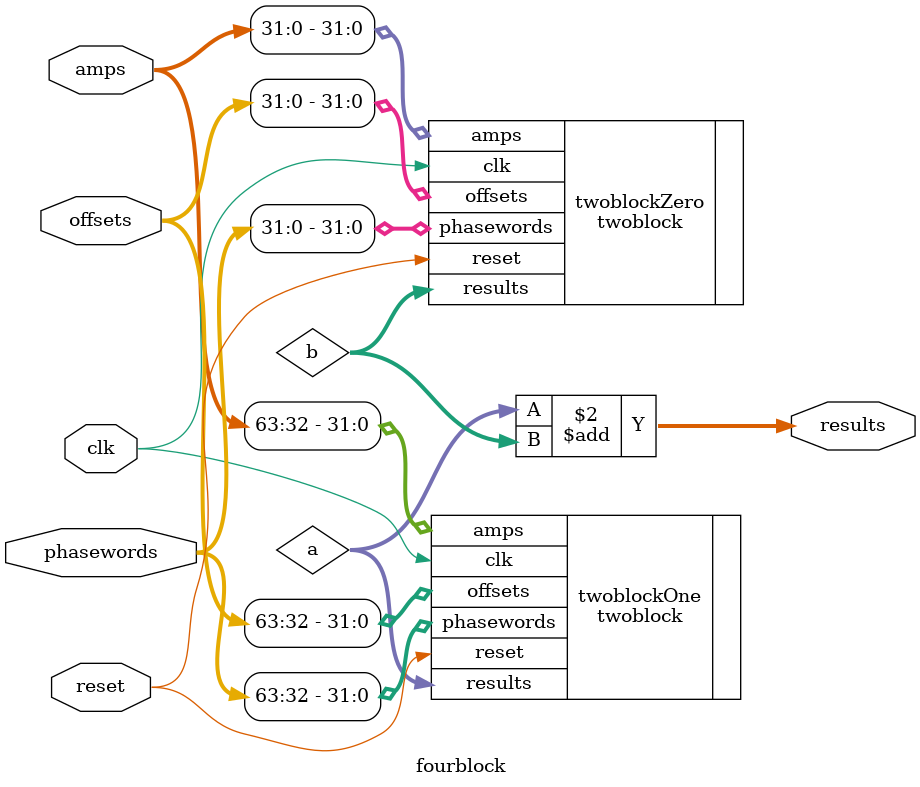
<source format=v>
`timescale 1ns / 1ps
`default_nettype none
module fourblock(
    input wire signed [63:0] amps,
    input wire [63:0] offsets,
    input wire [63:0] phasewords,
    input wire clk,
    input wire reset,
    output reg signed [15:0] results
    );

	wire signed [15:0] a, b;;
	
	twoblock twoblockOne(
		.amps(amps[63:32]),
		.offsets(offsets[63:32]),
		.phasewords(phasewords[63:32]),
		.clk(clk),
		.reset(reset),
		.results(a)
	);
	
	twoblock twoblockZero(
		.amps(amps[31:0]),
		.offsets(offsets[31:0]),
		.phasewords(phasewords[31:0]),
		.clk(clk),
		.reset(reset),
		.results(b)
	);
	
	always@(*) begin
		results = a + b;
	end
endmodule
</source>
